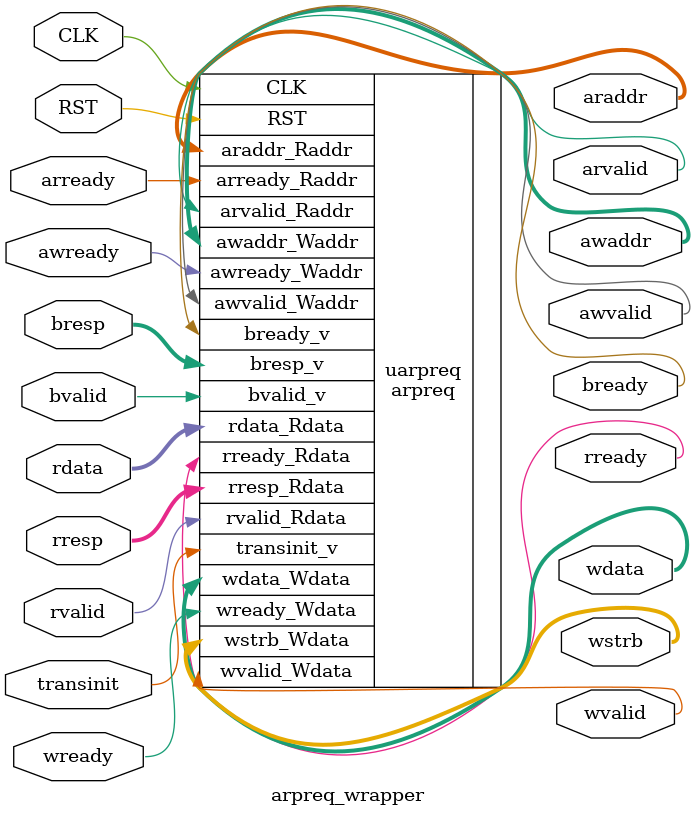
<source format=v>
module arpreq_wrapper (
    input transinit,
    input [1:0] bresp,
    input bvalid,
    output bready,
    output [12:0] awaddr,
    output awvalid,
    input awready,
    input wready,
    output wvalid,
    output [3:0] wstrb,
    output [31:0] wdata,
    input arready,
    output arvalid,
    output [12:0] araddr,
    input [31:0] rdata,
    input [1:0] rresp,
    output rready,
    input rvalid,
    input CLK,
    input RST
);
    arpreq uarpreq (
        .transinit_v(transinit),
        .bresp_v(bresp),
        .bvalid_v(bvalid),
        .bready_v(bready),
        .awaddr_Waddr(awaddr),
        .awvalid_Waddr(awvalid),
        .awready_Waddr(awready),
        .wready_Wdata(wready),
        .wvalid_Wdata(wvalid),
        .wstrb_Wdata(wstrb),
        .wdata_Wdata(wdata),
        .arready_Raddr(arready),
        .arvalid_Raddr(arvalid),
        .araddr_Raddr(araddr),
        .rdata_Rdata(rdata),
        .rresp_Rdata(rresp),
        .rready_Rdata(rready),
        .rvalid_Rdata(rvalid),
        .CLK(CLK),
        .RST(RST)
    );

endmodule

</source>
